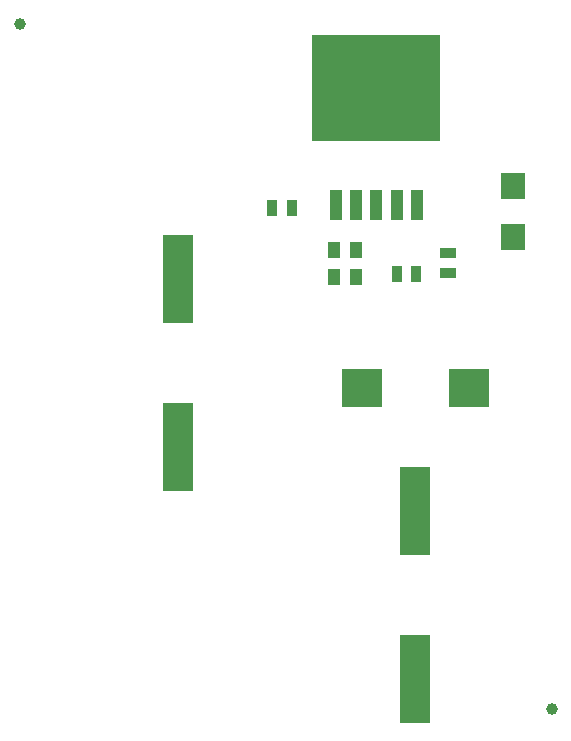
<source format=gbr>
%TF.GenerationSoftware,Altium Limited,Altium Designer,21.1.1 (26)*%
G04 Layer_Color=8421504*
%FSLAX42Y42*%
%MOMM*%
%TF.SameCoordinates,4B38A6DA-841C-4E6F-8FC0-14FCB5F023F9*%
%TF.FilePolarity,Positive*%
%TF.FileFunction,Paste,Top*%
%TF.Part,Single*%
G01*
G75*
%TA.AperFunction,FiducialPad,Global*%
%ADD10C,1.00*%
%TA.AperFunction,SMDPad,CuDef*%
%ADD11R,2.50X7.50*%
%ADD12R,1.47X0.97*%
%ADD13R,3.50X3.20*%
%ADD14R,1.00X1.40*%
%ADD15R,10.90X9.10*%
%ADD16R,1.05X2.50*%
%ADD17R,2.05X2.25*%
%ADD18R,0.97X1.47*%
D10*
X6617Y11392D02*
D03*
X11125Y5588D02*
D03*
D11*
X9969Y7263D02*
D03*
Y5843D02*
D03*
X7963Y9232D02*
D03*
Y7812D02*
D03*
D12*
X10249Y9283D02*
D03*
Y9449D02*
D03*
D13*
X9519Y8306D02*
D03*
X10419D02*
D03*
D14*
X9278Y9474D02*
D03*
X9468D02*
D03*
Y9246D02*
D03*
X9278D02*
D03*
D15*
X9639Y10846D02*
D03*
D16*
X9979Y9856D02*
D03*
X9809D02*
D03*
X9639D02*
D03*
X9469D02*
D03*
X9299D02*
D03*
D17*
X10795Y10018D02*
D03*
Y9589D02*
D03*
D18*
X8922Y9830D02*
D03*
X8756D02*
D03*
X9810Y9271D02*
D03*
X9976D02*
D03*
%TF.MD5,1fccd29cd38535b5fa7e253a322525c9*%
M02*

</source>
